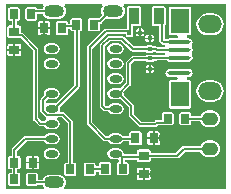
<source format=gbr>
%TF.GenerationSoftware,Altium Limited,Altium Designer,20.1.8 (145)*%
G04 Layer_Physical_Order=2*
G04 Layer_Color=16729670*
%FSLAX45Y45*%
%MOMM*%
%TF.SameCoordinates,CA905C98-E8E4-4B69-B290-3362CF0B177B*%
%TF.FilePolarity,Positive*%
%TF.FileFunction,Copper,L2,Bot,Signal*%
%TF.Part,Single*%
G01*
G75*
%TA.AperFunction,ComponentPad*%
G04:AMPARAMS|DCode=10|XSize=1.1mm|YSize=1.4mm|CornerRadius=0.55mm|HoleSize=0mm|Usage=FLASHONLY|Rotation=270.000|XOffset=0mm|YOffset=0mm|HoleType=Round|Shape=RoundedRectangle|*
%AMROUNDEDRECTD10*
21,1,1.10000,0.30000,0,0,270.0*
21,1,0.00000,1.40000,0,0,270.0*
1,1,1.10000,-0.15000,0.00000*
1,1,1.10000,-0.15000,0.00000*
1,1,1.10000,0.15000,0.00000*
1,1,1.10000,0.15000,0.00000*
%
%ADD10ROUNDEDRECTD10*%
G04:AMPARAMS|DCode=11|XSize=2.25mm|YSize=3.75mm|CornerRadius=1.125mm|HoleSize=0mm|Usage=FLASHONLY|Rotation=180.000|XOffset=0mm|YOffset=0mm|HoleType=Round|Shape=RoundedRectangle|*
%AMROUNDEDRECTD11*
21,1,2.25000,1.50000,0,0,180.0*
21,1,0.00000,3.75000,0,0,180.0*
1,1,2.25000,0.00000,0.75000*
1,1,2.25000,0.00000,0.75000*
1,1,2.25000,0.00000,-0.75000*
1,1,2.25000,0.00000,-0.75000*
%
%ADD11ROUNDEDRECTD11*%
%ADD12O,2.25000X3.75000*%
%ADD13O,1.70000X1.00000*%
%ADD14O,2.00000X1.50000*%
%TA.AperFunction,ViaPad*%
%ADD15C,0.61000*%
%TA.AperFunction,SMDPad,CuDef*%
G04:AMPARAMS|DCode=16|XSize=0.4mm|YSize=0.3mm|CornerRadius=0.0015mm|HoleSize=0mm|Usage=FLASHONLY|Rotation=270.000|XOffset=0mm|YOffset=0mm|HoleType=Round|Shape=RoundedRectangle|*
%AMROUNDEDRECTD16*
21,1,0.40000,0.29700,0,0,270.0*
21,1,0.39700,0.30000,0,0,270.0*
1,1,0.00300,-0.14850,-0.19850*
1,1,0.00300,-0.14850,0.19850*
1,1,0.00300,0.14850,0.19850*
1,1,0.00300,0.14850,-0.19850*
%
%ADD16ROUNDEDRECTD16*%
G04:AMPARAMS|DCode=17|XSize=0.85mm|YSize=1.4mm|CornerRadius=0.00425mm|HoleSize=0mm|Usage=FLASHONLY|Rotation=180.000|XOffset=0mm|YOffset=0mm|HoleType=Round|Shape=RoundedRectangle|*
%AMROUNDEDRECTD17*
21,1,0.85000,1.39150,0,0,180.0*
21,1,0.84150,1.40000,0,0,180.0*
1,1,0.00850,-0.42075,0.69575*
1,1,0.00850,0.42075,0.69575*
1,1,0.00850,0.42075,-0.69575*
1,1,0.00850,-0.42075,-0.69575*
%
%ADD17ROUNDEDRECTD17*%
%TA.AperFunction,ConnectorPad*%
G04:AMPARAMS|DCode=18|XSize=0.8mm|YSize=0.7mm|CornerRadius=0.0035mm|HoleSize=0mm|Usage=FLASHONLY|Rotation=90.000|XOffset=0mm|YOffset=0mm|HoleType=Round|Shape=RoundedRectangle|*
%AMROUNDEDRECTD18*
21,1,0.80000,0.69300,0,0,90.0*
21,1,0.79300,0.70000,0,0,90.0*
1,1,0.00700,0.34650,0.39650*
1,1,0.00700,0.34650,-0.39650*
1,1,0.00700,-0.34650,-0.39650*
1,1,0.00700,-0.34650,0.39650*
%
%ADD18ROUNDEDRECTD18*%
%TA.AperFunction,SMDPad,CuDef*%
G04:AMPARAMS|DCode=19|XSize=0.85mm|YSize=0.75mm|CornerRadius=0.00375mm|HoleSize=0mm|Usage=FLASHONLY|Rotation=90.000|XOffset=0mm|YOffset=0mm|HoleType=Round|Shape=RoundedRectangle|*
%AMROUNDEDRECTD19*
21,1,0.85000,0.74250,0,0,90.0*
21,1,0.84250,0.75000,0,0,90.0*
1,1,0.00750,0.37125,0.42125*
1,1,0.00750,0.37125,-0.42125*
1,1,0.00750,-0.37125,-0.42125*
1,1,0.00750,-0.37125,0.42125*
%
%ADD19ROUNDEDRECTD19*%
%TA.AperFunction,ConnectorPad*%
G04:AMPARAMS|DCode=20|XSize=0.85mm|YSize=0.75mm|CornerRadius=0.00375mm|HoleSize=0mm|Usage=FLASHONLY|Rotation=0.000|XOffset=0mm|YOffset=0mm|HoleType=Round|Shape=RoundedRectangle|*
%AMROUNDEDRECTD20*
21,1,0.85000,0.74250,0,0,0.0*
21,1,0.84250,0.75000,0,0,0.0*
1,1,0.00750,0.42125,-0.37125*
1,1,0.00750,-0.42125,-0.37125*
1,1,0.00750,-0.42125,0.37125*
1,1,0.00750,0.42125,0.37125*
%
%ADD20ROUNDEDRECTD20*%
%TA.AperFunction,SMDPad,CuDef*%
G04:AMPARAMS|DCode=21|XSize=0.8mm|YSize=0.7mm|CornerRadius=0.0035mm|HoleSize=0mm|Usage=FLASHONLY|Rotation=90.000|XOffset=0mm|YOffset=0mm|HoleType=Round|Shape=RoundedRectangle|*
%AMROUNDEDRECTD21*
21,1,0.80000,0.69300,0,0,90.0*
21,1,0.79300,0.70000,0,0,90.0*
1,1,0.00700,0.34650,0.39650*
1,1,0.00700,0.34650,-0.39650*
1,1,0.00700,-0.34650,-0.39650*
1,1,0.00700,-0.34650,0.39650*
%
%ADD21ROUNDEDRECTD21*%
G04:AMPARAMS|DCode=22|XSize=0.85mm|YSize=0.75mm|CornerRadius=0.00375mm|HoleSize=0mm|Usage=FLASHONLY|Rotation=0.000|XOffset=0mm|YOffset=0mm|HoleType=Round|Shape=RoundedRectangle|*
%AMROUNDEDRECTD22*
21,1,0.85000,0.74250,0,0,0.0*
21,1,0.84250,0.75000,0,0,0.0*
1,1,0.00750,0.42125,-0.37125*
1,1,0.00750,-0.42125,-0.37125*
1,1,0.00750,-0.42125,0.37125*
1,1,0.00750,0.42125,0.37125*
%
%ADD22ROUNDEDRECTD22*%
%ADD23O,1.05000X0.60000*%
%TA.AperFunction,ConnectorPad*%
G04:AMPARAMS|DCode=24|XSize=2.1mm|YSize=1.6mm|CornerRadius=0.008mm|HoleSize=0mm|Usage=FLASHONLY|Rotation=270.000|XOffset=0mm|YOffset=0mm|HoleType=Round|Shape=RoundedRectangle|*
%AMROUNDEDRECTD24*
21,1,2.10000,1.58400,0,0,270.0*
21,1,2.08400,1.60000,0,0,270.0*
1,1,0.01600,-0.79200,-1.04200*
1,1,0.01600,-0.79200,1.04200*
1,1,0.01600,0.79200,1.04200*
1,1,0.01600,0.79200,-1.04200*
%
%ADD24ROUNDEDRECTD24*%
G04:AMPARAMS|DCode=25|XSize=0.35mm|YSize=2mm|CornerRadius=0.175mm|HoleSize=0mm|Usage=FLASHONLY|Rotation=270.000|XOffset=0mm|YOffset=0mm|HoleType=Round|Shape=RoundedRectangle|*
%AMROUNDEDRECTD25*
21,1,0.35000,1.65000,0,0,270.0*
21,1,0.00000,2.00000,0,0,270.0*
1,1,0.35000,-0.82500,0.00000*
1,1,0.35000,-0.82500,0.00000*
1,1,0.35000,0.82500,0.00000*
1,1,0.35000,0.82500,0.00000*
%
%ADD25ROUNDEDRECTD25*%
%TA.AperFunction,SMDPad,CuDef*%
G04:AMPARAMS|DCode=26|XSize=0.4mm|YSize=0.3mm|CornerRadius=0.0015mm|HoleSize=0mm|Usage=FLASHONLY|Rotation=180.000|XOffset=0mm|YOffset=0mm|HoleType=Round|Shape=RoundedRectangle|*
%AMROUNDEDRECTD26*
21,1,0.40000,0.29700,0,0,180.0*
21,1,0.39700,0.30000,0,0,180.0*
1,1,0.00300,-0.19850,0.14850*
1,1,0.00300,0.19850,0.14850*
1,1,0.00300,0.19850,-0.14850*
1,1,0.00300,-0.19850,-0.14850*
%
%ADD26ROUNDEDRECTD26*%
%TA.AperFunction,Conductor*%
%ADD27C,0.12700*%
%ADD28C,0.15240*%
G36*
X1883167Y16833D02*
X517746D01*
X514216Y21482D01*
X510910Y32073D01*
X518987Y42599D01*
X525561Y58469D01*
X527803Y75500D01*
X525561Y92531D01*
X518987Y108401D01*
X508529Y122029D01*
X494901Y132487D01*
X479031Y139061D01*
X462000Y141303D01*
X392000D01*
X374969Y139061D01*
X359099Y132487D01*
X345470Y122029D01*
X335013Y108401D01*
X330503Y97513D01*
X291765D01*
Y140550D01*
X290555Y146633D01*
X287109Y151790D01*
X281952Y155235D01*
X275870Y156445D01*
X206570D01*
X200487Y155235D01*
X195330Y151790D01*
X191885Y146633D01*
X190674Y140550D01*
Y61250D01*
X191885Y55167D01*
X195330Y50010D01*
X200487Y46565D01*
X206570Y45355D01*
X275870D01*
X281952Y46565D01*
X287109Y50010D01*
X289432Y53487D01*
X330503D01*
X335013Y42599D01*
X343089Y32073D01*
X339784Y21482D01*
X336253Y16833D01*
X16833D01*
Y1583167D01*
X335642D01*
X337310Y1581277D01*
X342322Y1567927D01*
X335013Y1558402D01*
X330503Y1547513D01*
X285127D01*
X282110Y1552030D01*
X276953Y1555475D01*
X270870Y1556685D01*
X201570D01*
X195487Y1555475D01*
X190330Y1552030D01*
X186885Y1546873D01*
X185675Y1540790D01*
Y1461490D01*
X186885Y1455407D01*
X190330Y1450250D01*
X195487Y1446805D01*
X201570Y1445595D01*
X270870D01*
X276953Y1446805D01*
X282110Y1450250D01*
X285555Y1455407D01*
X286765Y1461490D01*
Y1503487D01*
X330503D01*
X335013Y1492599D01*
X345470Y1478971D01*
X359099Y1468513D01*
X374969Y1461939D01*
X392000Y1459697D01*
X462000D01*
X479031Y1461939D01*
X494901Y1468513D01*
X508529Y1478971D01*
X518987Y1492599D01*
X525561Y1508469D01*
X527803Y1525500D01*
X525561Y1542531D01*
X518987Y1558402D01*
X511678Y1567927D01*
X516690Y1581277D01*
X518358Y1583167D01*
X835642D01*
X837310Y1581277D01*
X842322Y1567927D01*
X835013Y1558402D01*
X828439Y1542531D01*
X826197Y1525500D01*
X828439Y1508469D01*
X834304Y1494311D01*
X805508Y1465515D01*
X802105D01*
X801964Y1465543D01*
X732664D01*
X726581Y1464333D01*
X721425Y1460887D01*
X717979Y1455730D01*
X716769Y1449648D01*
Y1370348D01*
X717979Y1364265D01*
X721425Y1359108D01*
X726581Y1355663D01*
X732664Y1354452D01*
X801964D01*
X808047Y1355663D01*
X813204Y1359108D01*
X816649Y1364265D01*
X817859Y1370348D01*
Y1419436D01*
X824082Y1420674D01*
X831643Y1425726D01*
X869940Y1464022D01*
X874969Y1461939D01*
X892000Y1459697D01*
X962000D01*
X979031Y1461939D01*
X994901Y1468513D01*
X1008529Y1478971D01*
X1018987Y1492599D01*
X1025561Y1508469D01*
X1027803Y1525500D01*
X1025561Y1542531D01*
X1018987Y1558402D01*
X1011678Y1567927D01*
X1016690Y1581277D01*
X1018358Y1583167D01*
X1883167D01*
Y16833D01*
D02*
G37*
%LPC*%
G36*
X377955Y1442644D02*
X348450D01*
Y1392215D01*
X393875D01*
Y1426723D01*
X392663Y1432816D01*
X389212Y1437980D01*
X384047Y1441432D01*
X377955Y1442644D01*
D02*
G37*
G36*
X333210D02*
X303704D01*
X297612Y1441432D01*
X292447Y1437980D01*
X288995Y1432816D01*
X287784Y1426723D01*
Y1392215D01*
X333210D01*
Y1442644D01*
D02*
G37*
G36*
X1170379Y1378989D02*
X1163155D01*
Y1350098D01*
X1187037D01*
Y1362331D01*
X1182158Y1374110D01*
X1170379Y1378989D01*
D02*
G37*
G36*
X1147915D02*
X1140679D01*
X1128900Y1374110D01*
X1124021Y1362331D01*
Y1350098D01*
X1147915D01*
Y1378989D01*
D02*
G37*
G36*
X393875Y1376975D02*
X348450D01*
Y1326552D01*
X377955D01*
X384047Y1327764D01*
X389212Y1331215D01*
X392663Y1336380D01*
X393875Y1342473D01*
Y1376975D01*
D02*
G37*
G36*
X333210D02*
X287784D01*
Y1342473D01*
X288995Y1336380D01*
X292447Y1331215D01*
X297612Y1327764D01*
X303704Y1326552D01*
X333210D01*
Y1376975D01*
D02*
G37*
G36*
X1773800Y1506019D02*
X1723800D01*
X1700243Y1502917D01*
X1678291Y1493824D01*
X1659440Y1479360D01*
X1644976Y1460509D01*
X1635883Y1438557D01*
X1632781Y1415000D01*
X1635883Y1391443D01*
X1644976Y1369491D01*
X1659440Y1350640D01*
X1678291Y1336176D01*
X1700243Y1327083D01*
X1723800Y1323981D01*
X1773800D01*
X1797358Y1327083D01*
X1819310Y1336176D01*
X1838160Y1350640D01*
X1852625Y1369491D01*
X1861718Y1391443D01*
X1864819Y1415000D01*
X1861718Y1438557D01*
X1852625Y1460509D01*
X1838160Y1479360D01*
X1819310Y1493824D01*
X1797358Y1502917D01*
X1773800Y1506019D01*
D02*
G37*
G36*
X1187037Y1334858D02*
X1163155D01*
Y1305973D01*
X1170379D01*
X1182158Y1310852D01*
X1187037Y1322631D01*
Y1334858D01*
D02*
G37*
G36*
X1147915D02*
X1124021D01*
Y1322631D01*
X1128900Y1310852D01*
X1140679Y1305973D01*
X1147915D01*
Y1334858D01*
D02*
G37*
G36*
X1145515Y1566987D02*
X1061365D01*
X1055253Y1565771D01*
X1050071Y1562309D01*
X1046609Y1557127D01*
X1045393Y1551015D01*
Y1411865D01*
X1046609Y1405753D01*
X1047301Y1404717D01*
Y1378123D01*
X864174D01*
X855255Y1376349D01*
X847693Y1371296D01*
X711826Y1235428D01*
X706773Y1227867D01*
X704999Y1218947D01*
Y576592D01*
X706773Y567672D01*
X711826Y560111D01*
X841377Y430559D01*
X848939Y425506D01*
X857858Y423732D01*
X886844D01*
X893064Y414424D01*
X908028Y404425D01*
X925680Y400914D01*
X970680D01*
X988332Y404425D01*
X1003296Y414424D01*
X1009516Y423732D01*
X1063398D01*
Y406954D01*
X1064610Y400862D01*
X1068061Y395697D01*
X1073226Y392245D01*
X1079318Y391034D01*
X1153569D01*
X1159661Y392245D01*
X1164826Y395697D01*
X1168278Y400862D01*
X1169489Y406954D01*
Y491205D01*
X1168278Y497297D01*
X1164826Y502462D01*
X1159661Y505913D01*
X1153569Y507125D01*
X1079318D01*
X1073226Y505913D01*
X1068061Y502462D01*
X1064610Y497297D01*
X1063398Y491205D01*
Y470348D01*
X1009516D01*
X1003296Y479656D01*
X988332Y489655D01*
X970680Y493166D01*
X925680D01*
X908028Y489655D01*
X893064Y479656D01*
X886844Y470348D01*
X867513D01*
X751614Y586246D01*
Y1209293D01*
X873829Y1331507D01*
X1034021D01*
Y1322631D01*
X1038900Y1310852D01*
X1050679Y1305973D01*
X1080379D01*
X1092158Y1310852D01*
X1097037Y1322631D01*
Y1362331D01*
X1093917Y1369863D01*
Y1395893D01*
X1145515D01*
X1151627Y1397109D01*
X1156809Y1400571D01*
X1160271Y1405753D01*
X1161487Y1411865D01*
Y1551015D01*
X1160271Y1557127D01*
X1156809Y1562309D01*
X1151627Y1565771D01*
X1145515Y1566987D01*
D02*
G37*
G36*
X1256830Y1326033D02*
X1244600D01*
Y1302145D01*
X1273488D01*
Y1309375D01*
X1268609Y1321154D01*
X1256830Y1326033D01*
D02*
G37*
G36*
X1229360D02*
X1217130D01*
X1205351Y1321154D01*
X1200472Y1309375D01*
Y1302145D01*
X1229360D01*
Y1326033D01*
D02*
G37*
G36*
X1273488Y1286905D02*
X1244600D01*
Y1263017D01*
X1256830D01*
X1268609Y1267896D01*
X1273488Y1279675D01*
Y1286905D01*
D02*
G37*
G36*
X1229360D02*
X1200472D01*
Y1279675D01*
X1205351Y1267896D01*
X1217130Y1263017D01*
X1229360D01*
Y1286905D01*
D02*
G37*
G36*
X1355515Y1566987D02*
X1271365D01*
X1265253Y1565771D01*
X1260071Y1562309D01*
X1256609Y1557127D01*
X1255393Y1551015D01*
Y1411865D01*
X1256609Y1405753D01*
X1260071Y1400571D01*
X1265253Y1397109D01*
X1271365Y1395893D01*
X1319443D01*
Y1276879D01*
X1321217Y1267960D01*
X1326270Y1260398D01*
X1341149Y1245519D01*
X1348711Y1240466D01*
X1357630Y1238692D01*
X1363609D01*
X1369988Y1223452D01*
X1365614Y1219013D01*
X1304423D01*
X1303345Y1220090D01*
X1296204Y1224862D01*
X1287780Y1226538D01*
X1270521D01*
X1268609Y1231154D01*
X1256830Y1236033D01*
X1217130D01*
X1205351Y1231154D01*
X1203439Y1226538D01*
X1102489D01*
X1019948Y1309079D01*
X1012806Y1313851D01*
X1004382Y1315526D01*
X892151D01*
X883727Y1313851D01*
X876585Y1309079D01*
X821819Y1254312D01*
X817047Y1247171D01*
X815371Y1238747D01*
Y724570D01*
X817047Y716146D01*
X821819Y709004D01*
X845349Y685474D01*
X852490Y680703D01*
X860914Y679027D01*
X885979D01*
X893064Y668424D01*
X908028Y658425D01*
X925680Y654914D01*
X970680D01*
X988332Y658425D01*
X1003296Y668424D01*
X1013295Y683388D01*
X1016806Y701040D01*
X1013295Y718692D01*
X1003296Y733656D01*
X988332Y743655D01*
X970680Y747166D01*
X925680D01*
X908028Y743655D01*
X893064Y733656D01*
X885979Y723053D01*
X870032D01*
X859397Y733688D01*
Y1229629D01*
X901269Y1271501D01*
X995264D01*
X1077805Y1188960D01*
X1084947Y1184188D01*
X1093371Y1182512D01*
X1203439D01*
X1205351Y1177896D01*
X1217130Y1173017D01*
X1256830D01*
X1268609Y1177896D01*
X1284601Y1178186D01*
X1286881Y1176663D01*
X1295305Y1174987D01*
X1364885D01*
X1371264Y1159747D01*
X1365614Y1154013D01*
X1294560D01*
X1286136Y1152337D01*
X1284601Y1151311D01*
X1268609Y1151849D01*
X1256830Y1156728D01*
X1217130D01*
X1205351Y1151849D01*
X1203439Y1147233D01*
X1097037D01*
X1088613Y1145557D01*
X1081472Y1140786D01*
X1039666Y1098979D01*
X1034894Y1091838D01*
X1033218Y1083414D01*
Y918372D01*
X985971Y871125D01*
X970680Y874166D01*
X925680D01*
X908028Y870655D01*
X893064Y860656D01*
X883065Y845692D01*
X879554Y828040D01*
X883065Y810388D01*
X893064Y795424D01*
X908028Y785425D01*
X925680Y781914D01*
X970680D01*
X985971Y784955D01*
X1058397Y712529D01*
Y644958D01*
X1060073Y636534D01*
X1064844Y629393D01*
X1143392Y550845D01*
X1150534Y546073D01*
X1158958Y544397D01*
X1279835D01*
X1288259Y546073D01*
X1295401Y550845D01*
X1304158Y559602D01*
X1352243D01*
X1354590Y559135D01*
X1423890D01*
X1429973Y560345D01*
X1435129Y563790D01*
X1438575Y568947D01*
X1439785Y575030D01*
Y654330D01*
X1438575Y660413D01*
X1435129Y665570D01*
X1429973Y669015D01*
X1423890Y670225D01*
X1354590D01*
X1348507Y669015D01*
X1343350Y665570D01*
X1339905Y660413D01*
X1338695Y654330D01*
Y603627D01*
X1295040D01*
X1286616Y601952D01*
X1279474Y597180D01*
X1270717Y588423D01*
X1168076D01*
X1102423Y654076D01*
Y721647D01*
X1100747Y730071D01*
X1095975Y737212D01*
X1014872Y818315D01*
X1016806Y828040D01*
X1014872Y837764D01*
X1070796Y893689D01*
X1075568Y900830D01*
X1077244Y909254D01*
Y1074296D01*
X1106155Y1103207D01*
X1203439D01*
X1205351Y1098591D01*
X1217130Y1093712D01*
X1256830D01*
X1268609Y1098591D01*
X1270521Y1103207D01*
X1287780D01*
X1296204Y1104883D01*
X1303345Y1109655D01*
X1303678Y1109987D01*
X1379133D01*
X1380196Y1108396D01*
X1391025Y1101160D01*
X1403800Y1098619D01*
X1568800D01*
X1581575Y1101160D01*
X1592404Y1108396D01*
X1599640Y1119226D01*
X1602181Y1132000D01*
X1599640Y1144774D01*
X1592404Y1155604D01*
Y1173396D01*
X1599640Y1184226D01*
X1602181Y1197000D01*
X1599640Y1209775D01*
X1592404Y1220604D01*
Y1238396D01*
X1599640Y1249226D01*
X1602181Y1262000D01*
X1599640Y1274774D01*
X1592404Y1285604D01*
X1581575Y1292840D01*
X1568800Y1295381D01*
X1557003D01*
X1549858Y1308053D01*
X1556916Y1321446D01*
X1573000D01*
X1579258Y1322691D01*
X1584564Y1326236D01*
X1588109Y1331541D01*
X1589354Y1337800D01*
Y1546200D01*
X1588109Y1552458D01*
X1584564Y1557764D01*
X1579258Y1561309D01*
X1573000Y1562554D01*
X1414600D01*
X1408342Y1561309D01*
X1403036Y1557764D01*
X1399491Y1552458D01*
X1398246Y1546200D01*
Y1337800D01*
X1399491Y1331541D01*
X1403036Y1326236D01*
X1408342Y1322691D01*
X1414600Y1321446D01*
X1470684D01*
X1477743Y1308053D01*
X1470597Y1295381D01*
X1403800D01*
X1391025Y1292840D01*
X1381189Y1286267D01*
X1366059Y1289790D01*
Y1400070D01*
X1366809Y1400571D01*
X1370271Y1405753D01*
X1371487Y1411865D01*
Y1551015D01*
X1370271Y1557127D01*
X1366809Y1562309D01*
X1361627Y1565771D01*
X1355515Y1566987D01*
D02*
G37*
G36*
X133565Y1249326D02*
X99060D01*
Y1203900D01*
X149486D01*
Y1233405D01*
X148274Y1239498D01*
X144823Y1244663D01*
X139658Y1248114D01*
X133565Y1249326D01*
D02*
G37*
G36*
X83820D02*
X49315D01*
X43222Y1248114D01*
X38057Y1244663D01*
X34606Y1239498D01*
X33394Y1233405D01*
Y1203900D01*
X83820D01*
Y1249326D01*
D02*
G37*
G36*
X970680Y1255166D02*
X925680D01*
X908028Y1251655D01*
X893064Y1241656D01*
X883065Y1226692D01*
X879554Y1209040D01*
X883065Y1191388D01*
X893064Y1176424D01*
X908028Y1166425D01*
X925680Y1162914D01*
X970680D01*
X988332Y1166425D01*
X1003296Y1176424D01*
X1013295Y1191388D01*
X1016806Y1209040D01*
X1013295Y1226692D01*
X1003296Y1241656D01*
X988332Y1251655D01*
X970680Y1255166D01*
D02*
G37*
G36*
X430680D02*
X385680D01*
X368028Y1251655D01*
X353064Y1241656D01*
X343065Y1226692D01*
X339554Y1209040D01*
X343065Y1191388D01*
X353064Y1176424D01*
X368028Y1166425D01*
X385680Y1162914D01*
X430680D01*
X448332Y1166425D01*
X463296Y1176424D01*
X473295Y1191388D01*
X476806Y1209040D01*
X473295Y1226692D01*
X463296Y1241656D01*
X448332Y1251655D01*
X430680Y1255166D01*
D02*
G37*
G36*
X149486Y1188660D02*
X99060D01*
Y1143234D01*
X133565D01*
X139658Y1144446D01*
X144823Y1147897D01*
X148274Y1153062D01*
X149486Y1159155D01*
Y1188660D01*
D02*
G37*
G36*
X83820D02*
X33394D01*
Y1159155D01*
X34606Y1153062D01*
X38057Y1147897D01*
X43222Y1144446D01*
X49315Y1143234D01*
X83820D01*
Y1188660D01*
D02*
G37*
G36*
X1256830Y1066728D02*
X1244586D01*
Y1042844D01*
X1273488D01*
Y1050070D01*
X1268609Y1061849D01*
X1256830Y1066728D01*
D02*
G37*
G36*
X1229346D02*
X1217130D01*
X1205351Y1061849D01*
X1200472Y1050070D01*
Y1042844D01*
X1229346D01*
Y1066728D01*
D02*
G37*
G36*
X970680Y1128166D02*
X925680D01*
X908028Y1124655D01*
X893064Y1114656D01*
X883065Y1099692D01*
X879554Y1082040D01*
X883065Y1064388D01*
X893064Y1049424D01*
X908028Y1039425D01*
X925680Y1035914D01*
X970680D01*
X988332Y1039425D01*
X1003296Y1049424D01*
X1013295Y1064388D01*
X1016806Y1082040D01*
X1013295Y1099692D01*
X1003296Y1114656D01*
X988332Y1124655D01*
X970680Y1128166D01*
D02*
G37*
G36*
X430680D02*
X385680D01*
X368028Y1124655D01*
X353064Y1114656D01*
X343065Y1099692D01*
X339554Y1082040D01*
X343065Y1064388D01*
X353064Y1049424D01*
X368028Y1039425D01*
X385680Y1035914D01*
X430680D01*
X448332Y1039425D01*
X463296Y1049424D01*
X473295Y1064388D01*
X476806Y1082040D01*
X473295Y1099692D01*
X463296Y1114656D01*
X448332Y1124655D01*
X430680Y1128166D01*
D02*
G37*
G36*
X1273488Y1027604D02*
X1244586D01*
Y1003712D01*
X1256830D01*
X1268609Y1008591D01*
X1273488Y1020370D01*
Y1027604D01*
D02*
G37*
G36*
X1229346D02*
X1200472D01*
Y1020370D01*
X1205351Y1008591D01*
X1217130Y1003712D01*
X1229346D01*
Y1027604D01*
D02*
G37*
G36*
X970680Y1001166D02*
X925680D01*
X908028Y997655D01*
X893064Y987656D01*
X883065Y972692D01*
X879554Y955040D01*
X883065Y937388D01*
X893064Y922424D01*
X908028Y912425D01*
X925680Y908914D01*
X970680D01*
X988332Y912425D01*
X1003296Y922424D01*
X1013295Y937388D01*
X1016806Y955040D01*
X1013295Y972692D01*
X1003296Y987656D01*
X988332Y997655D01*
X970680Y1001166D01*
D02*
G37*
G36*
X1773800Y940019D02*
X1723800D01*
X1700243Y936917D01*
X1678291Y927824D01*
X1659440Y913360D01*
X1644976Y894510D01*
X1635883Y872557D01*
X1632781Y849000D01*
X1635883Y825443D01*
X1644976Y803491D01*
X1659440Y784640D01*
X1678291Y770176D01*
X1700243Y761083D01*
X1723800Y757981D01*
X1773800D01*
X1797358Y761083D01*
X1819310Y770176D01*
X1838160Y784640D01*
X1852625Y803491D01*
X1861718Y825443D01*
X1864819Y849000D01*
X1861718Y872557D01*
X1852625Y894510D01*
X1838160Y913360D01*
X1819310Y927824D01*
X1797358Y936917D01*
X1773800Y940019D01*
D02*
G37*
G36*
X1568800Y1035381D02*
X1403800D01*
X1391025Y1032840D01*
X1380196Y1025604D01*
X1372960Y1014774D01*
X1370419Y1002000D01*
X1372960Y989226D01*
X1380196Y978396D01*
X1391025Y971160D01*
X1403800Y968619D01*
X1470597D01*
X1477743Y955947D01*
X1470684Y942554D01*
X1414600D01*
X1408342Y941310D01*
X1403036Y937764D01*
X1399491Y932459D01*
X1398246Y926200D01*
Y717800D01*
X1399491Y711542D01*
X1403036Y706236D01*
X1408342Y702691D01*
X1414600Y701446D01*
X1573000D01*
X1579258Y702691D01*
X1584564Y706236D01*
X1588109Y711542D01*
X1589354Y717800D01*
Y926200D01*
X1588109Y932459D01*
X1584564Y937764D01*
X1579258Y941310D01*
X1573000Y942554D01*
X1556916D01*
X1549858Y955947D01*
X1557003Y968619D01*
X1568800D01*
X1581575Y971160D01*
X1592404Y978396D01*
X1599640Y989226D01*
X1602181Y1002000D01*
X1599640Y1014774D01*
X1592404Y1025604D01*
X1581575Y1032840D01*
X1568800Y1035381D01*
D02*
G37*
G36*
X1763800Y685526D02*
X1733800D01*
X1715464Y683112D01*
X1698377Y676034D01*
X1683705Y664776D01*
X1672446Y650103D01*
X1666891Y636693D01*
X1589785D01*
Y654330D01*
X1588575Y660413D01*
X1585130Y665570D01*
X1579973Y669015D01*
X1573890Y670225D01*
X1504590D01*
X1498507Y669015D01*
X1493350Y665570D01*
X1489905Y660413D01*
X1488695Y654330D01*
Y575030D01*
X1489905Y568947D01*
X1493350Y563790D01*
X1498507Y560345D01*
X1504590Y559135D01*
X1573890D01*
X1579973Y560345D01*
X1585130Y563790D01*
X1588575Y568947D01*
X1589785Y575030D01*
Y592667D01*
X1666891D01*
X1672446Y579257D01*
X1683705Y564584D01*
X1698377Y553326D01*
X1715464Y546248D01*
X1733800Y543834D01*
X1763800D01*
X1782136Y546248D01*
X1799223Y553326D01*
X1813896Y564584D01*
X1825155Y579257D01*
X1832232Y596344D01*
X1834646Y614680D01*
X1832232Y633016D01*
X1825155Y650103D01*
X1813896Y664776D01*
X1799223Y676034D01*
X1782136Y683112D01*
X1763800Y685526D01*
D02*
G37*
G36*
X1308569Y507125D02*
X1279056D01*
Y456707D01*
X1324489D01*
Y491205D01*
X1323278Y497297D01*
X1319826Y502462D01*
X1314661Y505913D01*
X1308569Y507125D01*
D02*
G37*
G36*
X1263816D02*
X1234318D01*
X1228226Y505913D01*
X1223061Y502462D01*
X1219609Y497297D01*
X1218398Y491205D01*
Y456707D01*
X1263816D01*
Y507125D01*
D02*
G37*
G36*
X430680Y493166D02*
X385680D01*
X368028Y489655D01*
X353064Y479656D01*
X345979Y469053D01*
X185641D01*
X177218Y467377D01*
X170076Y462606D01*
X75654Y368183D01*
X70882Y361042D01*
X69207Y352618D01*
Y301886D01*
X54094D01*
X48002Y300674D01*
X42837Y297223D01*
X39385Y292058D01*
X38174Y285965D01*
Y201715D01*
X39385Y195622D01*
X42837Y190457D01*
X48002Y187006D01*
X54094Y185794D01*
X69207D01*
Y156445D01*
X56570D01*
X50487Y155235D01*
X45330Y151790D01*
X41884Y146633D01*
X40674Y140550D01*
Y61250D01*
X41884Y55167D01*
X45330Y50010D01*
X50487Y46565D01*
X56570Y45355D01*
X125869D01*
X131952Y46565D01*
X137109Y50010D01*
X140555Y55167D01*
X141765Y61250D01*
Y140550D01*
X140555Y146633D01*
X137109Y151790D01*
X131952Y155235D01*
X125869Y156445D01*
X113232D01*
Y185794D01*
X128345D01*
X134437Y187006D01*
X139602Y190457D01*
X143054Y195622D01*
X144265Y201715D01*
Y285965D01*
X143054Y292058D01*
X139602Y297223D01*
X134437Y300674D01*
X128345Y301886D01*
X113232D01*
Y343500D01*
X194760Y425027D01*
X345979D01*
X353064Y414424D01*
X368028Y404425D01*
X385680Y400914D01*
X430680D01*
X448332Y404425D01*
X463296Y414424D01*
X473295Y429388D01*
X476806Y447040D01*
X473295Y464692D01*
X463296Y479656D01*
X448332Y489655D01*
X430680Y493166D01*
D02*
G37*
G36*
X1324489Y441467D02*
X1279056D01*
Y391034D01*
X1308569D01*
X1314661Y392245D01*
X1319826Y395697D01*
X1323278Y400862D01*
X1324489Y406954D01*
Y441467D01*
D02*
G37*
G36*
X1263816D02*
X1218398D01*
Y406954D01*
X1219609Y400862D01*
X1223061Y395697D01*
X1228226Y392245D01*
X1234318Y391034D01*
X1263816D01*
Y441467D01*
D02*
G37*
G36*
X1763800Y431526D02*
X1733800D01*
X1715464Y429112D01*
X1698377Y422034D01*
X1683705Y410776D01*
X1672446Y396103D01*
X1667427Y383988D01*
X1523909D01*
X1514989Y382214D01*
X1507428Y377161D01*
X1455963Y325696D01*
X1244712D01*
Y339513D01*
X1243500Y345606D01*
X1240049Y350771D01*
X1234884Y354222D01*
X1228791Y355434D01*
X1144541D01*
X1138448Y354222D01*
X1133283Y350771D01*
X1129832Y345606D01*
X1128620Y339513D01*
Y313891D01*
X1021853D01*
X1016806Y320040D01*
X1013295Y337692D01*
X1003296Y352656D01*
X988332Y362655D01*
X970680Y366166D01*
X925680D01*
X908028Y362655D01*
X893064Y352656D01*
X883065Y337692D01*
X879554Y320040D01*
X883065Y302388D01*
X893064Y287424D01*
X908028Y277425D01*
X925680Y273914D01*
X970680D01*
X978831Y267224D01*
Y246138D01*
X973630D01*
X967547Y244928D01*
X962390Y241482D01*
X958945Y236325D01*
X957735Y230243D01*
Y150943D01*
X958945Y144860D01*
X962390Y139703D01*
X967547Y136258D01*
X973630Y135047D01*
X1042930D01*
X1049013Y136258D01*
X1054170Y139703D01*
X1057615Y144860D01*
X1058825Y150943D01*
Y230243D01*
X1057615Y236325D01*
X1054170Y241482D01*
X1049013Y244928D01*
X1042930Y246138D01*
X1025447D01*
Y267276D01*
X1128620D01*
Y265263D01*
X1129832Y259170D01*
X1133283Y254006D01*
X1138448Y250554D01*
X1144541Y249342D01*
X1228791D01*
X1234884Y250554D01*
X1240049Y254006D01*
X1243500Y259170D01*
X1244712Y265263D01*
Y279080D01*
X1465617D01*
X1474536Y280855D01*
X1482098Y285907D01*
X1533563Y337372D01*
X1667427D01*
X1672446Y325257D01*
X1683705Y310584D01*
X1698377Y299326D01*
X1715464Y292248D01*
X1733800Y289834D01*
X1763800D01*
X1782136Y292248D01*
X1799223Y299326D01*
X1813896Y310584D01*
X1825155Y325257D01*
X1832232Y342344D01*
X1834646Y360680D01*
X1832232Y379016D01*
X1825155Y396103D01*
X1813896Y410776D01*
X1799223Y422034D01*
X1782136Y429112D01*
X1763800Y431526D01*
D02*
G37*
G36*
X430680Y366166D02*
X385680D01*
X368028Y362655D01*
X353064Y352656D01*
X343065Y337692D01*
X339554Y320040D01*
X343065Y302388D01*
X353064Y287424D01*
X368028Y277425D01*
X385680Y273914D01*
X430680D01*
X448332Y277425D01*
X463296Y287424D01*
X473295Y302388D01*
X476806Y320040D01*
X473295Y337692D01*
X463296Y352656D01*
X448332Y362655D01*
X430680Y366166D01*
D02*
G37*
G36*
X283345Y301886D02*
X253846D01*
Y251468D01*
X299265D01*
Y285965D01*
X298054Y292058D01*
X294602Y297223D01*
X289437Y300674D01*
X283345Y301886D01*
D02*
G37*
G36*
X238606D02*
X209094D01*
X203002Y300674D01*
X197837Y297223D01*
X194385Y292058D01*
X193174Y285965D01*
Y251468D01*
X238606D01*
Y301886D01*
D02*
G37*
G36*
X892930Y246138D02*
X823630D01*
X817547Y244928D01*
X812390Y241482D01*
X808945Y236325D01*
X807734Y230243D01*
Y213901D01*
X779525D01*
Y225027D01*
X778315Y231110D01*
X774870Y236267D01*
X769713Y239712D01*
X763630Y240923D01*
X694330D01*
X688247Y239712D01*
X683090Y236267D01*
X679645Y231110D01*
X678435Y225027D01*
Y145727D01*
X679645Y139645D01*
X683090Y134488D01*
X688247Y131042D01*
X694330Y129832D01*
X763630D01*
X769713Y131042D01*
X774870Y134488D01*
X778315Y139645D01*
X779525Y145727D01*
Y167285D01*
X807734D01*
Y150943D01*
X808945Y144860D01*
X812390Y139703D01*
X817547Y136258D01*
X823630Y135047D01*
X892930D01*
X899012Y136258D01*
X904169Y139703D01*
X907615Y144860D01*
X908825Y150943D01*
Y230243D01*
X907615Y236325D01*
X904169Y241482D01*
X899012Y244928D01*
X892930Y246138D01*
D02*
G37*
G36*
X299265Y236228D02*
X253846D01*
Y185794D01*
X283345D01*
X289437Y187006D01*
X294602Y190457D01*
X298054Y195622D01*
X299265Y201715D01*
Y236228D01*
D02*
G37*
G36*
X238606D02*
X193174D01*
Y201715D01*
X194385Y195622D01*
X197837Y190457D01*
X203002Y187006D01*
X209094Y185794D01*
X238606D01*
Y236228D01*
D02*
G37*
G36*
X1228791Y200434D02*
X1194286D01*
Y155008D01*
X1244712D01*
Y184513D01*
X1243500Y190606D01*
X1240049Y195771D01*
X1234884Y199222D01*
X1228791Y200434D01*
D02*
G37*
G36*
X1179046D02*
X1144541D01*
X1138448Y199222D01*
X1133283Y195771D01*
X1129832Y190606D01*
X1128620Y184513D01*
Y155008D01*
X1179046D01*
Y200434D01*
D02*
G37*
G36*
X120870Y1556685D02*
X51570D01*
X45487Y1555475D01*
X40330Y1552030D01*
X36885Y1546873D01*
X35675Y1540790D01*
Y1461490D01*
X36885Y1455407D01*
X40330Y1450250D01*
X45487Y1446805D01*
X51570Y1445595D01*
X67522D01*
Y1404326D01*
X49315D01*
X43222Y1403114D01*
X38057Y1399663D01*
X34606Y1394498D01*
X33394Y1388405D01*
Y1314155D01*
X34606Y1308062D01*
X38057Y1302897D01*
X43222Y1299446D01*
X49315Y1298234D01*
X114381D01*
X114970Y1298117D01*
X143721D01*
X251577Y1190261D01*
Y613301D01*
X253253Y604877D01*
X258025Y597736D01*
X297286Y558474D01*
X304427Y553703D01*
X312851Y552027D01*
X345979D01*
X353064Y541424D01*
X368028Y531425D01*
X385680Y527914D01*
X430680D01*
X448332Y531425D01*
X463296Y541424D01*
X473295Y556388D01*
X476806Y574040D01*
X473295Y591692D01*
X463296Y606656D01*
X455004Y612197D01*
X459627Y627437D01*
X492052D01*
X541967Y577522D01*
Y240923D01*
X529330D01*
X523247Y239712D01*
X518090Y236267D01*
X514645Y231110D01*
X513435Y225027D01*
Y145727D01*
X514645Y139645D01*
X518090Y134488D01*
X523247Y131042D01*
X529330Y129832D01*
X598630D01*
X604713Y131042D01*
X609870Y134488D01*
X613315Y139645D01*
X614525Y145727D01*
Y225027D01*
X613315Y231110D01*
X609870Y236267D01*
X604713Y239712D01*
X598630Y240923D01*
X585993D01*
Y586640D01*
X584317Y595064D01*
X579545Y602206D01*
X516735Y665015D01*
X509594Y669787D01*
X501170Y671463D01*
X482261D01*
X473955Y686703D01*
X476806Y701040D01*
X474055Y714873D01*
X637960Y878777D01*
X642731Y885919D01*
X644407Y894343D01*
Y1354452D01*
X651964D01*
X658047Y1355663D01*
X663204Y1359108D01*
X666649Y1364265D01*
X667859Y1370348D01*
Y1449648D01*
X666649Y1455730D01*
X663204Y1460887D01*
X658047Y1464333D01*
X651964Y1465543D01*
X582664D01*
X576581Y1464333D01*
X571424Y1460887D01*
X567979Y1455730D01*
X566769Y1449648D01*
Y1418297D01*
X548875D01*
Y1426723D01*
X547663Y1432816D01*
X544212Y1437980D01*
X539047Y1441432D01*
X532954Y1442644D01*
X458704D01*
X452611Y1441432D01*
X447447Y1437980D01*
X443995Y1432816D01*
X442783Y1426723D01*
Y1342473D01*
X443995Y1336380D01*
X447447Y1331215D01*
X452611Y1327764D01*
X458704Y1326552D01*
X532954D01*
X539047Y1327764D01*
X544212Y1331215D01*
X547663Y1336380D01*
X548875Y1342473D01*
Y1374271D01*
X566769D01*
Y1370348D01*
X567979Y1364265D01*
X571424Y1359108D01*
X576581Y1355663D01*
X582664Y1354452D01*
X600381D01*
Y903461D01*
X441862Y744942D01*
X430680Y747166D01*
X385680D01*
X371343Y744314D01*
X356103Y752621D01*
Y768292D01*
X372372Y784561D01*
X385680Y781914D01*
X430680D01*
X448332Y785425D01*
X463296Y795424D01*
X473295Y810388D01*
X476806Y828040D01*
X473295Y845692D01*
X463296Y860656D01*
X448332Y870655D01*
X430680Y874166D01*
X385680D01*
X368028Y870655D01*
X353064Y860656D01*
X343065Y845692D01*
X339554Y828040D01*
X341882Y816333D01*
X318525Y792975D01*
X313753Y785833D01*
X312077Y777409D01*
Y679671D01*
X313753Y671247D01*
X318525Y664106D01*
X348745Y633885D01*
X355887Y629113D01*
X358471Y628599D01*
X361988Y612619D01*
X353064Y606656D01*
X345979Y596053D01*
X321969D01*
X295603Y622419D01*
Y1199379D01*
X293927Y1207803D01*
X289155Y1214944D01*
X168404Y1335695D01*
X161263Y1340467D01*
X152839Y1342143D01*
X149486D01*
Y1388405D01*
X148274Y1394498D01*
X144823Y1399663D01*
X139658Y1403114D01*
X133565Y1404326D01*
X111548D01*
Y1445595D01*
X120870D01*
X126953Y1446805D01*
X132109Y1450250D01*
X135555Y1455407D01*
X136765Y1461490D01*
Y1540790D01*
X135555Y1546873D01*
X132109Y1552030D01*
X126953Y1555475D01*
X120870Y1556685D01*
D02*
G37*
G36*
X1244712Y139768D02*
X1194286D01*
Y94342D01*
X1228791D01*
X1234884Y95554D01*
X1240049Y99006D01*
X1243500Y104170D01*
X1244712Y110263D01*
Y139768D01*
D02*
G37*
G36*
X1179046D02*
X1128620D01*
Y110263D01*
X1129832Y104170D01*
X1133283Y99006D01*
X1138448Y95554D01*
X1144541Y94342D01*
X1179046D01*
Y139768D01*
D02*
G37*
%LPD*%
D10*
X1748800Y106680D02*
D03*
Y614680D02*
D03*
Y360680D02*
D03*
D11*
X1214500Y775500D02*
D03*
D12*
X139500D02*
D03*
D13*
X427000Y75500D02*
D03*
X927000D02*
D03*
X677000Y1525500D02*
D03*
X427000D02*
D03*
X927000D02*
D03*
D14*
X1748800Y849000D02*
D03*
Y1415000D02*
D03*
D15*
X1181807Y1035220D02*
D03*
X1031233Y609063D02*
D03*
X863926D02*
D03*
Y536463D02*
D03*
X1031233D02*
D03*
X340829Y1305737D02*
D03*
X507516Y955040D02*
D03*
X91440Y1122680D02*
D03*
X246219Y322942D02*
D03*
X1265389Y147388D02*
D03*
X1344294Y449079D02*
D03*
X1632276Y1144774D02*
D03*
X1711100D02*
D03*
Y989226D02*
D03*
X1632276D02*
D03*
X1711100Y1067000D02*
D03*
X1632276D02*
D03*
X1348769D02*
D03*
X1236980Y1346408D02*
D03*
X1156809Y1285894D02*
D03*
D16*
X1155529Y1342481D02*
D03*
X1065529D02*
D03*
D17*
X1103440Y1481440D02*
D03*
X1313440D02*
D03*
D18*
X236220Y1501140D02*
D03*
X86220D02*
D03*
D19*
X1271443Y449079D02*
D03*
X1116444D02*
D03*
X246219Y243840D02*
D03*
X91220D02*
D03*
X340829Y1384598D02*
D03*
X495829D02*
D03*
D20*
X1186666Y147388D02*
D03*
Y302388D02*
D03*
D21*
X1008280Y190593D02*
D03*
X858280D02*
D03*
X563980Y185377D02*
D03*
X728980D02*
D03*
X241220Y100900D02*
D03*
X91220D02*
D03*
X767314Y1409998D02*
D03*
X617314D02*
D03*
X1539240Y614680D02*
D03*
X1389240D02*
D03*
D22*
X91440Y1196280D02*
D03*
Y1351280D02*
D03*
D23*
X948180Y1209040D02*
D03*
Y1082040D02*
D03*
Y955040D02*
D03*
Y828040D02*
D03*
Y701040D02*
D03*
Y574040D02*
D03*
Y447040D02*
D03*
Y320040D02*
D03*
X408180Y1209040D02*
D03*
Y1082040D02*
D03*
Y955040D02*
D03*
Y828040D02*
D03*
Y701040D02*
D03*
Y574040D02*
D03*
Y447040D02*
D03*
Y320040D02*
D03*
D24*
X1493800Y822000D02*
D03*
Y1442000D02*
D03*
D25*
X1486300Y1002000D02*
D03*
Y1067000D02*
D03*
Y1132000D02*
D03*
Y1262000D02*
D03*
Y1197000D02*
D03*
D26*
X1236980Y1035220D02*
D03*
Y1125220D02*
D03*
Y1294525D02*
D03*
Y1204525D02*
D03*
D27*
X1279835Y566410D02*
X1295040Y581615D01*
X1389240Y610265D02*
Y614680D01*
X1360590Y581615D02*
X1389240Y610265D01*
X1295040Y581615D02*
X1360590D01*
X1158958Y566410D02*
X1279835D01*
X837384Y724570D02*
X860914Y701040D01*
X837384Y1238747D02*
X892151Y1293514D01*
X837384Y724570D02*
Y1238747D01*
X1055231Y909254D02*
Y1083414D01*
X1097037Y1125220D02*
X1236980D01*
X1055231Y1083414D02*
X1097037Y1125220D01*
X892151Y1293514D02*
X1004382D01*
X1093371Y1204525D01*
X1236980D01*
X334090Y679671D02*
X364311Y649450D01*
X501170D02*
X563980Y586640D01*
X364311Y649450D02*
X501170D01*
X1539240Y614680D02*
X1748800D01*
X1080410Y644958D02*
X1158958Y566410D01*
X974017Y828040D02*
X1080410Y721647D01*
Y644958D02*
Y721647D01*
X429091Y701040D02*
X622394Y894343D01*
Y1409998D01*
X495829Y1384598D02*
X507516Y1396284D01*
X608680D02*
X622394Y1409998D01*
X507516Y1396284D02*
X608680D01*
X563980Y185377D02*
Y586640D01*
X91220Y243840D02*
Y352618D01*
X185641Y447040D02*
X408180D01*
X91220Y352618D02*
X185641Y447040D01*
X266620Y75500D02*
X427000D01*
X241220Y100900D02*
X266620Y75500D01*
X860914Y701040D02*
X948180D01*
X114970Y1320130D02*
X152839D01*
X273590Y613301D02*
Y1199379D01*
X152839Y1320130D02*
X273590Y1199379D01*
X87630Y1347470D02*
X114970Y1320130D01*
X89535Y1353185D02*
X91440Y1351280D01*
X86220Y1501140D02*
X89535Y1497825D01*
Y1353185D02*
Y1497825D01*
X1236980Y1125220D02*
X1287780D01*
X384721Y828040D02*
X408180D01*
X334090Y679671D02*
Y777409D01*
X384721Y828040D01*
X948180D02*
X974017D01*
X408180Y701040D02*
X429091D01*
X312851Y574040D02*
X408180D01*
X273590Y613301D02*
X312851Y574040D01*
X1287780Y1125220D02*
X1294560Y1132000D01*
X974017Y828040D02*
X1055231Y909254D01*
X1236980Y1204525D02*
X1287780D01*
X1294560Y1132000D02*
X1486300D01*
X91220Y100900D02*
Y243840D01*
X236220Y1501140D02*
X260580Y1525500D01*
X427000D01*
X1295305Y1197000D02*
X1486300D01*
X1287780Y1204525D02*
X1295305Y1197000D01*
D28*
X728307Y576592D02*
Y1218947D01*
X864174Y1354815D02*
X1058149D01*
X728307Y1218947D02*
X864174Y1354815D01*
X1070609Y1347435D02*
Y1446069D01*
X1058149Y1354815D02*
X1065529Y1347435D01*
X1186666Y302388D02*
X1465617D01*
X1523909Y360680D02*
X1748800D01*
X1465617Y302388D02*
X1523909Y360680D01*
X728307Y576592D02*
X857858Y447040D01*
X948180D02*
X1114404D01*
X857858D02*
X948180D01*
X1002139Y290583D02*
X1174861D01*
X1186666Y302388D01*
X1002139Y196734D02*
Y290583D01*
Y196734D02*
X1008280Y190593D01*
X972682Y320040D02*
X1002139Y290583D01*
X948180Y320040D02*
X972682D01*
X734195Y190593D02*
X858280D01*
X728980Y185377D02*
X734195Y190593D01*
X1070609Y1446069D02*
X1103440Y1478900D01*
X1357630Y1262000D02*
X1486300D01*
X1342751Y1276879D02*
Y1449589D01*
X1313440Y1478900D02*
X1342751Y1449589D01*
Y1276879D02*
X1357630Y1262000D01*
X1114404Y447040D02*
X1116444Y449079D01*
X815162Y1442207D02*
X898455Y1525500D01*
X799774Y1442207D02*
X815162D01*
X898455Y1525500D02*
X927000D01*
X772394Y1409998D02*
Y1414827D01*
X799774Y1442207D01*
%TF.MD5,37d117afbb6d878daf19b1bfbc8d19ac*%
M02*

</source>
